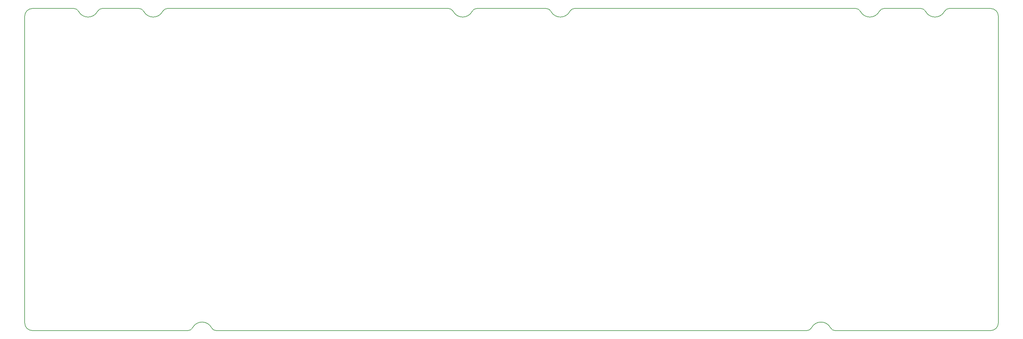
<source format=gbr>
G04 #@! TF.GenerationSoftware,KiCad,Pcbnew,(6.0.0-0)*
G04 #@! TF.CreationDate,2022-01-19T21:25:40+01:00*
G04 #@! TF.ProjectId,lumberjack,6c756d62-6572-46a6-9163-6b2e6b696361,1.6*
G04 #@! TF.SameCoordinates,Original*
G04 #@! TF.FileFunction,Profile,NP*
%FSLAX46Y46*%
G04 Gerber Fmt 4.6, Leading zero omitted, Abs format (unit mm)*
G04 Created by KiCad (PCBNEW (6.0.0-0)) date 2022-01-19 21:25:40*
%MOMM*%
%LPD*%
G01*
G04 APERTURE LIST*
G04 #@! TA.AperFunction,Profile*
%ADD10C,0.200000*%
G04 #@! TD*
G04 APERTURE END LIST*
D10*
X238764395Y-149493750D02*
X66035606Y-149493750D01*
X294750000Y-147243750D02*
X294750000Y-57543750D01*
X272101893Y-55293750D02*
X261298106Y-55293750D01*
X292500000Y-149493750D02*
X247010606Y-149493750D01*
X163894429Y-56100201D02*
G75*
G03*
X162564394Y-55293750I-1330034J-693549D01*
G01*
X25781929Y-56100201D02*
G75*
G03*
X31368071Y-56100202I2793071J1456450D01*
G01*
X162564394Y-55293750D02*
X142235606Y-55293750D01*
X135319429Y-56100201D02*
G75*
G03*
X133989394Y-55293750I-1330034J-693549D01*
G01*
X57789395Y-149493750D02*
X12300000Y-149493750D01*
X135319429Y-56100201D02*
G75*
G03*
X140905571Y-56100202I2793071J1456450D01*
G01*
X32698106Y-55293750D02*
G75*
G03*
X31368072Y-56100202I1J-1500001D01*
G01*
X12300000Y-55293750D02*
G75*
G03*
X10050000Y-57543750I1J-2250001D01*
G01*
X133989395Y-55293750D02*
X51748105Y-55293750D01*
X25781929Y-56100201D02*
G75*
G03*
X24451894Y-55293750I-1330034J-693549D01*
G01*
X142235606Y-55293750D02*
G75*
G03*
X140905572Y-56100202I1J-1500001D01*
G01*
X253051895Y-55293750D02*
X170810606Y-55293750D01*
X163894429Y-56100201D02*
G75*
G03*
X169480571Y-56100202I2793071J1456450D01*
G01*
X254381929Y-56100201D02*
G75*
G03*
X259968071Y-56100202I2793071J1456450D01*
G01*
X254381929Y-56100201D02*
G75*
G03*
X253051894Y-55293750I-1330034J-693549D01*
G01*
X170810606Y-55293750D02*
G75*
G03*
X169480572Y-56100202I1J-1500001D01*
G01*
X10050000Y-147243750D02*
X10050000Y-57543750D01*
X294750000Y-57543750D02*
G75*
G03*
X292500000Y-55293750I-2250001J-1D01*
G01*
X64705572Y-148687298D02*
G75*
G03*
X66035606Y-149493750I1330035J693549D01*
G01*
X238764395Y-149493750D02*
G75*
G03*
X240094429Y-148687298I-1J1500001D01*
G01*
X245680572Y-148687298D02*
G75*
G03*
X247010606Y-149493750I1330035J693549D01*
G01*
X245680572Y-148687298D02*
G75*
G03*
X240094428Y-148687298I-2793072J-1456451D01*
G01*
X292500000Y-149493750D02*
G75*
G03*
X294750000Y-147243750I-1J2250001D01*
G01*
X261298106Y-55293750D02*
G75*
G03*
X259968072Y-56100202I1J-1500001D01*
G01*
X57789395Y-149493750D02*
G75*
G03*
X59119429Y-148687298I-1J1500001D01*
G01*
X64705572Y-148687298D02*
G75*
G03*
X59119428Y-148687298I-2793072J-1456451D01*
G01*
X10050000Y-147243750D02*
G75*
G03*
X12300000Y-149493750I2250001J1D01*
G01*
X43501894Y-55293750D02*
X32698106Y-55293750D01*
X24451895Y-55293750D02*
X12300000Y-55293750D01*
X51748105Y-55293750D02*
G75*
G03*
X50418071Y-56100202I1J-1500001D01*
G01*
X44831928Y-56100201D02*
G75*
G03*
X50418070Y-56100202I2793071J1456450D01*
G01*
X44831928Y-56100201D02*
G75*
G03*
X43501893Y-55293750I-1330034J-693549D01*
G01*
X292500000Y-55293750D02*
X280348105Y-55293750D01*
X280348105Y-55293750D02*
G75*
G03*
X279018071Y-56100202I1J-1500001D01*
G01*
X273431928Y-56100201D02*
G75*
G03*
X272101893Y-55293750I-1330034J-693549D01*
G01*
X273431928Y-56100201D02*
G75*
G03*
X279018070Y-56100202I2793071J1456450D01*
G01*
M02*

</source>
